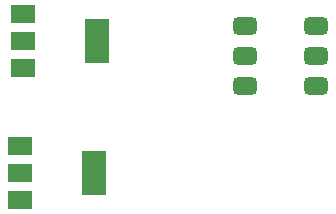
<source format=gbr>
%TF.GenerationSoftware,KiCad,Pcbnew,7.0.10*%
%TF.CreationDate,2024-01-30T21:32:49-08:00*%
%TF.ProjectId,pcb,7063622e-6b69-4636-9164-5f7063625858,rev?*%
%TF.SameCoordinates,Original*%
%TF.FileFunction,Paste,Top*%
%TF.FilePolarity,Positive*%
%FSLAX46Y46*%
G04 Gerber Fmt 4.6, Leading zero omitted, Abs format (unit mm)*
G04 Created by KiCad (PCBNEW 7.0.10) date 2024-01-30 21:32:49*
%MOMM*%
%LPD*%
G01*
G04 APERTURE LIST*
G04 Aperture macros list*
%AMRoundRect*
0 Rectangle with rounded corners*
0 $1 Rounding radius*
0 $2 $3 $4 $5 $6 $7 $8 $9 X,Y pos of 4 corners*
0 Add a 4 corners polygon primitive as box body*
4,1,4,$2,$3,$4,$5,$6,$7,$8,$9,$2,$3,0*
0 Add four circle primitives for the rounded corners*
1,1,$1+$1,$2,$3*
1,1,$1+$1,$4,$5*
1,1,$1+$1,$6,$7*
1,1,$1+$1,$8,$9*
0 Add four rect primitives between the rounded corners*
20,1,$1+$1,$2,$3,$4,$5,0*
20,1,$1+$1,$4,$5,$6,$7,0*
20,1,$1+$1,$6,$7,$8,$9,0*
20,1,$1+$1,$8,$9,$2,$3,0*%
G04 Aperture macros list end*
%ADD10RoundRect,0.375000X-0.625000X-0.375000X0.625000X-0.375000X0.625000X0.375000X-0.625000X0.375000X0*%
%ADD11R,2.000000X1.500000*%
%ADD12R,2.000000X3.800000*%
G04 APERTURE END LIST*
D10*
%TO.C,switch1*%
X127350000Y-94996000D03*
X127350000Y-97536000D03*
X127350000Y-100076000D03*
X133350000Y-94996000D03*
X133350000Y-97536000D03*
X133350000Y-100076000D03*
%TD*%
D11*
%TO.C,U2*%
X108508000Y-93952000D03*
X108508000Y-96252000D03*
D12*
X114808000Y-96252000D03*
D11*
X108508000Y-98552000D03*
%TD*%
%TO.C,U3*%
X108254000Y-105142000D03*
X108254000Y-107442000D03*
D12*
X114554000Y-107442000D03*
D11*
X108254000Y-109742000D03*
%TD*%
M02*

</source>
